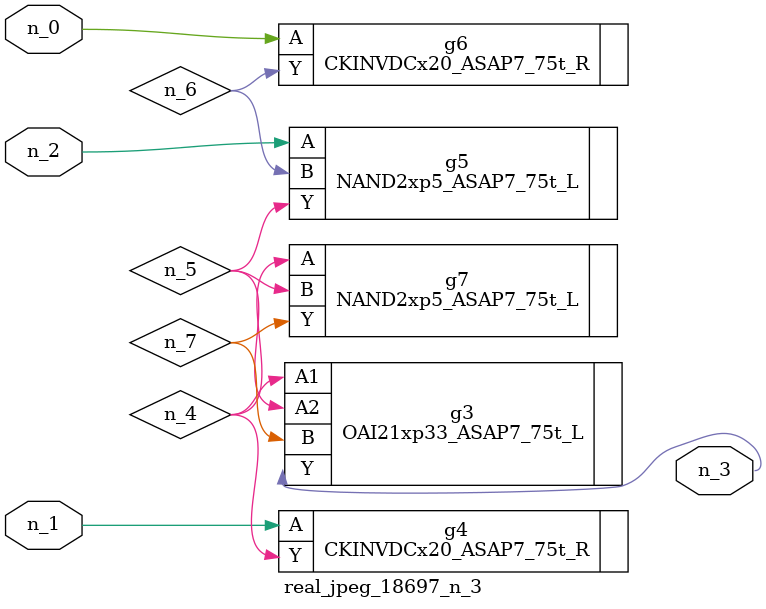
<source format=v>
module real_jpeg_18697_n_3 (n_1, n_0, n_2, n_3);

input n_1;
input n_0;
input n_2;

output n_3;

wire n_5;
wire n_4;
wire n_6;
wire n_7;

CKINVDCx20_ASAP7_75t_R g6 ( 
.A(n_0),
.Y(n_6)
);

CKINVDCx20_ASAP7_75t_R g4 ( 
.A(n_1),
.Y(n_4)
);

NAND2xp5_ASAP7_75t_L g5 ( 
.A(n_2),
.B(n_6),
.Y(n_5)
);

OAI21xp33_ASAP7_75t_L g3 ( 
.A1(n_4),
.A2(n_5),
.B(n_7),
.Y(n_3)
);

NAND2xp5_ASAP7_75t_L g7 ( 
.A(n_4),
.B(n_5),
.Y(n_7)
);


endmodule
</source>
